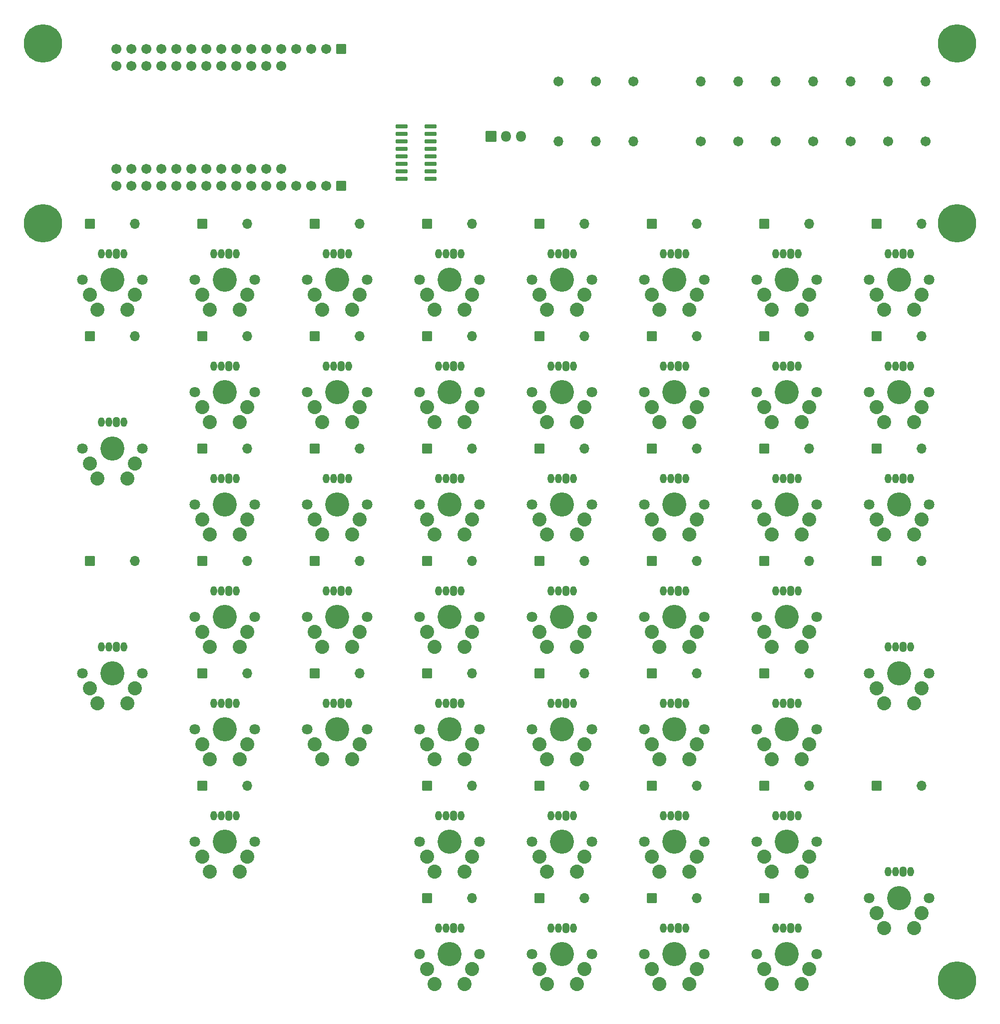
<source format=gbr>
%TF.GenerationSoftware,KiCad,Pcbnew,(6.0.9)*%
%TF.CreationDate,2023-03-12T22:48:57-07:00*%
%TF.ProjectId,keyboard,6b657962-6f61-4726-942e-6b696361645f,rev?*%
%TF.SameCoordinates,Original*%
%TF.FileFunction,Soldermask,Bot*%
%TF.FilePolarity,Negative*%
%FSLAX46Y46*%
G04 Gerber Fmt 4.6, Leading zero omitted, Abs format (unit mm)*
G04 Created by KiCad (PCBNEW (6.0.9)) date 2023-03-12 22:48:57*
%MOMM*%
%LPD*%
G01*
G04 APERTURE LIST*
G04 Aperture macros list*
%AMRoundRect*
0 Rectangle with rounded corners*
0 $1 Rounding radius*
0 $2 $3 $4 $5 $6 $7 $8 $9 X,Y pos of 4 corners*
0 Add a 4 corners polygon primitive as box body*
4,1,4,$2,$3,$4,$5,$6,$7,$8,$9,$2,$3,0*
0 Add four circle primitives for the rounded corners*
1,1,$1+$1,$2,$3*
1,1,$1+$1,$4,$5*
1,1,$1+$1,$6,$7*
1,1,$1+$1,$8,$9*
0 Add four rect primitives between the rounded corners*
20,1,$1+$1,$2,$3,$4,$5,0*
20,1,$1+$1,$4,$5,$6,$7,0*
20,1,$1+$1,$6,$7,$8,$9,0*
20,1,$1+$1,$8,$9,$2,$3,0*%
G04 Aperture macros list end*
%ADD10RoundRect,0.050800X-0.800000X-0.800000X0.800000X-0.800000X0.800000X0.800000X-0.800000X0.800000X0*%
%ADD11O,1.701600X1.701600*%
%ADD12C,1.803400*%
%ADD13C,4.089400*%
%ADD14C,2.387600*%
%ADD15RoundRect,0.300800X0.250000X0.512000X-0.250000X0.512000X-0.250000X-0.512000X0.250000X-0.512000X0*%
%ADD16O,1.101600X1.625600*%
%ADD17C,1.701600*%
%ADD18C,6.501600*%
%ADD19RoundRect,0.050800X0.800000X-0.800000X0.800000X0.800000X-0.800000X0.800000X-0.800000X-0.800000X0*%
%ADD20RoundRect,0.050800X0.850000X-0.850000X0.850000X0.850000X-0.850000X0.850000X-0.850000X-0.850000X0*%
%ADD21O,1.801600X1.801600*%
%ADD22RoundRect,0.200800X0.825000X0.150000X-0.825000X0.150000X-0.825000X-0.150000X0.825000X-0.150000X0*%
%ADD23RoundRect,0.050800X-0.800000X0.800000X-0.800000X-0.800000X0.800000X-0.800000X0.800000X0.800000X0*%
G04 APERTURE END LIST*
D10*
%TO.C,D35*%
X122288303Y-88989597D03*
D11*
X129908303Y-88989597D03*
%TD*%
D10*
%TO.C,D32*%
X65138303Y-88989597D03*
D11*
X72758303Y-88989597D03*
%TD*%
D10*
%TO.C,D22*%
X65138303Y-69939597D03*
D11*
X72758303Y-69939597D03*
%TD*%
D12*
%TO.C,O_34*%
X112128303Y-98514597D03*
X101968303Y-98514597D03*
D13*
X107048303Y-98514597D03*
D14*
X110858303Y-101054597D03*
X109588303Y-103594597D03*
X103238303Y-101054597D03*
X104508303Y-103594597D03*
D15*
X107683303Y-94069597D03*
D16*
X108953303Y-94069597D03*
X106413303Y-94069597D03*
X105143303Y-94069597D03*
%TD*%
D10*
%TO.C,D11*%
X46088303Y-50889597D03*
D11*
X53708303Y-50889597D03*
%TD*%
D17*
%TO.C,PULLDOWN_2*%
X136893303Y-36919597D03*
D11*
X136893303Y-26759597D03*
%TD*%
D12*
%TO.C,EQUAL_27*%
X159118303Y-79464597D03*
X169278303Y-79464597D03*
D13*
X164198303Y-79464597D03*
D14*
X166738303Y-84544597D03*
X168008303Y-82004597D03*
X161658303Y-84544597D03*
X160388303Y-82004597D03*
D15*
X164833303Y-75019597D03*
D16*
X166103303Y-75019597D03*
X163563303Y-75019597D03*
X162293303Y-75019597D03*
%TD*%
D12*
%TO.C,UP_65*%
X131178303Y-155664597D03*
X121018303Y-155664597D03*
D13*
X126098303Y-155664597D03*
D14*
X129908303Y-158204597D03*
X128638303Y-160744597D03*
X123558303Y-160744597D03*
X122288303Y-158204597D03*
D15*
X126733303Y-151219597D03*
D16*
X128003303Y-151219597D03*
X125463303Y-151219597D03*
X124193303Y-151219597D03*
%TD*%
D12*
%TO.C,META_63*%
X93078303Y-155664597D03*
X82918303Y-155664597D03*
D13*
X87998303Y-155664597D03*
D14*
X91808303Y-158204597D03*
X90538303Y-160744597D03*
X84188303Y-158204597D03*
X85458303Y-160744597D03*
D15*
X88633303Y-151219597D03*
D16*
X89903303Y-151219597D03*
X87363303Y-151219597D03*
X86093303Y-151219597D03*
%TD*%
D10*
%TO.C,D64*%
X103238303Y-146139597D03*
D11*
X110858303Y-146139597D03*
%TD*%
D12*
%TO.C,END_66*%
X150228303Y-155664597D03*
D13*
X145148303Y-155664597D03*
D12*
X140068303Y-155664597D03*
D14*
X148958303Y-158204597D03*
X147688303Y-160744597D03*
X142608303Y-160744597D03*
X141338303Y-158204597D03*
D15*
X145783303Y-151219597D03*
D16*
X147053303Y-151219597D03*
X144513303Y-151219597D03*
X143243303Y-151219597D03*
%TD*%
D10*
%TO.C,D43*%
X84188303Y-108039597D03*
D11*
X91808303Y-108039597D03*
%TD*%
D10*
%TO.C,D55*%
X122288303Y-127089597D03*
D11*
X129908303Y-127089597D03*
%TD*%
D12*
%TO.C,SEMICOLON_45*%
X131178303Y-117564597D03*
X121018303Y-117564597D03*
D13*
X126098303Y-117564597D03*
D14*
X129908303Y-120104597D03*
X128638303Y-122644597D03*
X122288303Y-120104597D03*
X123558303Y-122644597D03*
D15*
X126733303Y-113119597D03*
D16*
X128003303Y-113119597D03*
X125463303Y-113119597D03*
X124193303Y-113119597D03*
%TD*%
D18*
%TO.C,H1*%
X19050000Y-20320000D03*
%TD*%
D10*
%TO.C,D54*%
X103238303Y-127089597D03*
D11*
X110858303Y-127089597D03*
%TD*%
D10*
%TO.C,D34*%
X103238303Y-88989597D03*
D11*
X110858303Y-88989597D03*
%TD*%
D10*
%TO.C,D26*%
X141338303Y-69939597D03*
D11*
X148958303Y-69939597D03*
%TD*%
D10*
%TO.C,D76*%
X141338303Y-165189597D03*
D11*
X148958303Y-165189597D03*
%TD*%
D10*
%TO.C,D63*%
X84188303Y-146139597D03*
D11*
X91808303Y-146139597D03*
%TD*%
D10*
%TO.C,D31*%
X46088303Y-88989597D03*
D11*
X53708303Y-88989597D03*
%TD*%
D10*
%TO.C,D42*%
X65138303Y-108039597D03*
D11*
X72758303Y-108039597D03*
%TD*%
D13*
%TO.C,U_32*%
X68948303Y-98514597D03*
D12*
X63868303Y-98514597D03*
X74028303Y-98514597D03*
D14*
X71488303Y-103594597D03*
X72758303Y-101054597D03*
X65138303Y-101054597D03*
X66408303Y-103594597D03*
D15*
X69583303Y-94069597D03*
D16*
X70853303Y-94069597D03*
X68313303Y-94069597D03*
X67043303Y-94069597D03*
%TD*%
D12*
%TO.C,8_23*%
X93078303Y-79464597D03*
D13*
X87998303Y-79464597D03*
D12*
X82918303Y-79464597D03*
D14*
X91808303Y-82004597D03*
X90538303Y-84544597D03*
X85458303Y-84544597D03*
X84188303Y-82004597D03*
D15*
X88633303Y-75019597D03*
D16*
X89903303Y-75019597D03*
X87363303Y-75019597D03*
X86093303Y-75019597D03*
%TD*%
D18*
%TO.C,H6*%
X173990000Y-50800000D03*
%TD*%
D10*
%TO.C,D66*%
X141338303Y-146139597D03*
D11*
X148958303Y-146139597D03*
%TD*%
D10*
%TO.C,D12*%
X65138303Y-50889597D03*
D11*
X72758303Y-50889597D03*
%TD*%
D10*
%TO.C,D13*%
X84188303Y-50889597D03*
D11*
X91808303Y-50889597D03*
%TD*%
D12*
%TO.C,SHIFT_47*%
X169278303Y-127089597D03*
D13*
X164198303Y-127089597D03*
D12*
X159118303Y-127089597D03*
D14*
X166738303Y-132169597D03*
X168008303Y-129629597D03*
X160388303Y-129629597D03*
X161658303Y-132169597D03*
D15*
X164833303Y-122644597D03*
D16*
X166103303Y-122644597D03*
X163563303Y-122644597D03*
X162293303Y-122644597D03*
%TD*%
D12*
%TO.C,H_41*%
X44818303Y-117564597D03*
D13*
X49898303Y-117564597D03*
D12*
X54978303Y-117564597D03*
D14*
X53708303Y-120104597D03*
X52438303Y-122644597D03*
X47358303Y-122644597D03*
X46088303Y-120104597D03*
D15*
X50533303Y-113119597D03*
D16*
X51803303Y-113119597D03*
X49263303Y-113119597D03*
X47993303Y-113119597D03*
%TD*%
D10*
%TO.C,D53*%
X84188303Y-127089597D03*
D11*
X91808303Y-127089597D03*
%TD*%
D10*
%TO.C,D23*%
X84188303Y-69939597D03*
D11*
X91808303Y-69939597D03*
%TD*%
D10*
%TO.C,D33*%
X84188303Y-88989597D03*
D11*
X91808303Y-88989597D03*
%TD*%
D12*
%TO.C,BACKSPACE_71*%
X25768303Y-88989597D03*
X35928303Y-88989597D03*
D13*
X30848303Y-88989597D03*
D14*
X34658303Y-91529597D03*
X33388303Y-94069597D03*
X27038303Y-91529597D03*
X28308303Y-94069597D03*
D15*
X31483303Y-84544597D03*
D16*
X32753303Y-84544597D03*
X30213303Y-84544597D03*
X28943303Y-84544597D03*
%TD*%
D10*
%TO.C,D67*%
X160388303Y-146139597D03*
D11*
X168008303Y-146139597D03*
%TD*%
D13*
%TO.C,CTRL_67*%
X164198303Y-165189597D03*
D12*
X169278303Y-165189597D03*
X159118303Y-165189597D03*
D14*
X168008303Y-167729597D03*
X166738303Y-170269597D03*
X161658303Y-170269597D03*
X160388303Y-167729597D03*
D15*
X164833303Y-160744597D03*
D16*
X166103303Y-160744597D03*
X163563303Y-160744597D03*
X162293303Y-160744597D03*
%TD*%
D13*
%TO.C,DELETE_61*%
X30848303Y-60414597D03*
D12*
X35928303Y-60414597D03*
X25768303Y-60414597D03*
D14*
X34658303Y-62954597D03*
X33388303Y-65494597D03*
X27038303Y-62954597D03*
X28308303Y-65494597D03*
D15*
X31483303Y-55969597D03*
D16*
X32753303Y-55969597D03*
X30213303Y-55969597D03*
X28943303Y-55969597D03*
%TD*%
D12*
%TO.C,HOME_64*%
X101968303Y-155664597D03*
X112128303Y-155664597D03*
D13*
X107048303Y-155664597D03*
D14*
X110858303Y-158204597D03*
X109588303Y-160744597D03*
X103238303Y-158204597D03*
X104508303Y-160744597D03*
D15*
X107683303Y-151219597D03*
D16*
X108953303Y-151219597D03*
X106413303Y-151219597D03*
X105143303Y-151219597D03*
%TD*%
D12*
%TO.C,M_52*%
X74028303Y-136614597D03*
D13*
X68948303Y-136614597D03*
D12*
X63868303Y-136614597D03*
D14*
X71488303Y-141694597D03*
X72758303Y-139154597D03*
X65138303Y-139154597D03*
X66408303Y-141694597D03*
D15*
X69583303Y-132169597D03*
D16*
X70853303Y-132169597D03*
X68313303Y-132169597D03*
X67043303Y-132169597D03*
%TD*%
D10*
%TO.C,D47*%
X160388303Y-108039597D03*
D11*
X168008303Y-108039597D03*
%TD*%
D12*
%TO.C,Y_31*%
X44818303Y-98514597D03*
D13*
X49898303Y-98514597D03*
D12*
X54978303Y-98514597D03*
D14*
X53708303Y-101054597D03*
X52438303Y-103594597D03*
X46088303Y-101054597D03*
X47358303Y-103594597D03*
D15*
X50533303Y-94069597D03*
D16*
X51803303Y-94069597D03*
X49263303Y-94069597D03*
X47993303Y-94069597D03*
%TD*%
D18*
%TO.C,H5*%
X19050000Y-50800000D03*
%TD*%
D10*
%TO.C,D45*%
X122288303Y-108039597D03*
D11*
X129908303Y-108039597D03*
%TD*%
D10*
%TO.C,D74*%
X103238303Y-165189597D03*
D11*
X110858303Y-165189597D03*
%TD*%
D12*
%TO.C,SPACE_62*%
X44818303Y-155664597D03*
X54978303Y-155664597D03*
D13*
X49898303Y-155664597D03*
D14*
X53708303Y-158204597D03*
X52438303Y-160744597D03*
X46088303Y-158204597D03*
X47358303Y-160744597D03*
D15*
X50533303Y-151219597D03*
D16*
X51803303Y-151219597D03*
X49263303Y-151219597D03*
X47993303Y-151219597D03*
%TD*%
D10*
%TO.C,D15*%
X122288303Y-50889597D03*
D11*
X129908303Y-50889597D03*
%TD*%
D10*
%TO.C,D65*%
X122288303Y-146139597D03*
D11*
X129908303Y-146139597D03*
%TD*%
D10*
%TO.C,D62*%
X46088303Y-146139597D03*
D11*
X53708303Y-146139597D03*
%TD*%
D17*
%TO.C,PULLDOWN_3*%
X143243303Y-36919597D03*
D11*
X143243303Y-26759597D03*
%TD*%
D12*
%TO.C,ENTER_72*%
X25768303Y-127089597D03*
X35928303Y-127089597D03*
D13*
X30848303Y-127089597D03*
D14*
X34658303Y-129629597D03*
X33388303Y-132169597D03*
X27038303Y-129629597D03*
X28308303Y-132169597D03*
D15*
X31483303Y-122644597D03*
D16*
X32753303Y-122644597D03*
X30213303Y-122644597D03*
X28943303Y-122644597D03*
%TD*%
D10*
%TO.C,D44*%
X103238303Y-108039597D03*
D11*
X110858303Y-108039597D03*
%TD*%
D12*
%TO.C,F10_15*%
X131178303Y-60414597D03*
X121018303Y-60414597D03*
D13*
X126098303Y-60414597D03*
D14*
X128638303Y-65494597D03*
X129908303Y-62954597D03*
X123558303Y-65494597D03*
X122288303Y-62954597D03*
D15*
X126733303Y-55969597D03*
D16*
X128003303Y-55969597D03*
X125463303Y-55969597D03*
X124193303Y-55969597D03*
%TD*%
D13*
%TO.C,L_44*%
X107048303Y-117564597D03*
D12*
X112128303Y-117564597D03*
X101968303Y-117564597D03*
D14*
X110858303Y-120104597D03*
X109588303Y-122644597D03*
X103238303Y-120104597D03*
X104508303Y-122644597D03*
D15*
X107683303Y-113119597D03*
D16*
X108953303Y-113119597D03*
X106413303Y-113119597D03*
X105143303Y-113119597D03*
%TD*%
D12*
%TO.C,F7_12*%
X74028303Y-60414597D03*
X63868303Y-60414597D03*
D13*
X68948303Y-60414597D03*
D14*
X72758303Y-62954597D03*
X71488303Y-65494597D03*
X65138303Y-62954597D03*
X66408303Y-65494597D03*
D15*
X69583303Y-55969597D03*
D16*
X70853303Y-55969597D03*
X68313303Y-55969597D03*
X67043303Y-55969597D03*
%TD*%
D10*
%TO.C,D14*%
X103238303Y-50889597D03*
D11*
X110858303Y-50889597D03*
%TD*%
D13*
%TO.C,F8_13*%
X87998303Y-60414597D03*
D12*
X93078303Y-60414597D03*
X82918303Y-60414597D03*
D14*
X90538303Y-65494597D03*
X91808303Y-62954597D03*
X85458303Y-65494597D03*
X84188303Y-62954597D03*
D15*
X88633303Y-55969597D03*
D16*
X89903303Y-55969597D03*
X87363303Y-55969597D03*
X86093303Y-55969597D03*
%TD*%
D17*
%TO.C,PULLDOWN_7*%
X168643303Y-36919597D03*
D11*
X168643303Y-26759597D03*
%TD*%
D10*
%TO.C,D73*%
X84188303Y-165189597D03*
D11*
X91808303Y-165189597D03*
%TD*%
D12*
%TO.C,ALT_73*%
X93078303Y-174714597D03*
D13*
X87998303Y-174714597D03*
D12*
X82918303Y-174714597D03*
D14*
X91808303Y-177254597D03*
X90538303Y-179794597D03*
X84188303Y-177254597D03*
X85458303Y-179794597D03*
D15*
X88633303Y-170269597D03*
D16*
X89903303Y-170269597D03*
X87363303Y-170269597D03*
X86093303Y-170269597D03*
%TD*%
D12*
%TO.C,J_42*%
X74028303Y-117564597D03*
D13*
X68948303Y-117564597D03*
D12*
X63868303Y-117564597D03*
D14*
X72758303Y-120104597D03*
X71488303Y-122644597D03*
X66408303Y-122644597D03*
X65138303Y-120104597D03*
D15*
X69583303Y-113119597D03*
D16*
X70853303Y-113119597D03*
X68313303Y-113119597D03*
X67043303Y-113119597D03*
%TD*%
D10*
%TO.C,D46*%
X141338303Y-108039597D03*
D11*
X148958303Y-108039597D03*
%TD*%
D13*
%TO.C,SLASH_55*%
X126098303Y-136614597D03*
D12*
X121018303Y-136614597D03*
X131178303Y-136614597D03*
D14*
X128638303Y-141694597D03*
X129908303Y-139154597D03*
X122288303Y-139154597D03*
X123558303Y-141694597D03*
D15*
X126733303Y-132169597D03*
D16*
X128003303Y-132169597D03*
X125463303Y-132169597D03*
X124193303Y-132169597D03*
%TD*%
D19*
%TO.C,A1*%
X69583303Y-21307097D03*
D17*
X67043303Y-21307097D03*
X64503303Y-21307097D03*
X61963303Y-21307097D03*
X59423303Y-21307097D03*
X56883303Y-21307097D03*
X54343303Y-21307097D03*
X51803303Y-21307097D03*
X49263303Y-21307097D03*
X46723303Y-21307097D03*
X44183303Y-21307097D03*
X41643303Y-21307097D03*
X39103303Y-21307097D03*
X36563303Y-21307097D03*
X34023303Y-21307097D03*
X31483303Y-21307097D03*
X31483303Y-41627097D03*
X34023303Y-41627097D03*
X36563303Y-41627097D03*
X39103303Y-41627097D03*
X41643303Y-41627097D03*
X44183303Y-41627097D03*
X46723303Y-41627097D03*
X49263303Y-41627097D03*
X51803303Y-41627097D03*
X54343303Y-41627097D03*
X56883303Y-41627097D03*
X59423303Y-41627097D03*
%TD*%
D12*
%TO.C,APOSTROPHE_46*%
X150228303Y-117564597D03*
D13*
X145148303Y-117564597D03*
D12*
X140068303Y-117564597D03*
D14*
X148958303Y-120104597D03*
X147688303Y-122644597D03*
X142608303Y-122644597D03*
X141338303Y-120104597D03*
D15*
X145783303Y-113119597D03*
D16*
X147053303Y-113119597D03*
X144513303Y-113119597D03*
X143243303Y-113119597D03*
%TD*%
D10*
%TO.C,D37*%
X160388303Y-88989597D03*
D11*
X168008303Y-88989597D03*
%TD*%
D13*
%TO.C,COMMA_53*%
X87998303Y-136614597D03*
D12*
X93078303Y-136614597D03*
X82918303Y-136614597D03*
D14*
X90538303Y-141694597D03*
X91808303Y-139154597D03*
X85458303Y-141694597D03*
X84188303Y-139154597D03*
D15*
X88633303Y-132169597D03*
D16*
X89903303Y-132169597D03*
X87363303Y-132169597D03*
X86093303Y-132169597D03*
%TD*%
D13*
%TO.C,BACKSLASH_56*%
X145148303Y-136614597D03*
D12*
X140068303Y-136614597D03*
X150228303Y-136614597D03*
D14*
X148958303Y-139154597D03*
X147688303Y-141694597D03*
X142608303Y-141694597D03*
X141338303Y-139154597D03*
D15*
X145783303Y-132169597D03*
D16*
X147053303Y-132169597D03*
X144513303Y-132169597D03*
X143243303Y-132169597D03*
%TD*%
D10*
%TO.C,D56*%
X141338303Y-127089597D03*
D11*
X148958303Y-127089597D03*
%TD*%
D10*
%TO.C,D51*%
X46088303Y-127089597D03*
D11*
X53708303Y-127089597D03*
%TD*%
D10*
%TO.C,D21*%
X46088303Y-69939597D03*
D11*
X53708303Y-69939597D03*
%TD*%
D17*
%TO.C,R_GREEN1*%
X112763303Y-26759597D03*
D11*
X112763303Y-36919597D03*
%TD*%
D12*
%TO.C,6_21*%
X54978303Y-79464597D03*
D13*
X49898303Y-79464597D03*
D12*
X44818303Y-79464597D03*
D14*
X52438303Y-84544597D03*
X53708303Y-82004597D03*
X47358303Y-84544597D03*
X46088303Y-82004597D03*
D15*
X50533303Y-75019597D03*
D16*
X51803303Y-75019597D03*
X49263303Y-75019597D03*
X47993303Y-75019597D03*
%TD*%
D10*
%TO.C,D17*%
X160388303Y-50889597D03*
D11*
X168008303Y-50889597D03*
%TD*%
D10*
%TO.C,D25*%
X122288303Y-69939597D03*
D11*
X129908303Y-69939597D03*
%TD*%
D18*
%TO.C,H4*%
X19050000Y-179159597D03*
%TD*%
D10*
%TO.C,D41*%
X46088303Y-108039597D03*
D11*
X53708303Y-108039597D03*
%TD*%
D10*
%TO.C,D52*%
X65138303Y-127089597D03*
D11*
X72758303Y-127089597D03*
%TD*%
D12*
%TO.C,7_22*%
X63868303Y-79464597D03*
D13*
X68948303Y-79464597D03*
D12*
X74028303Y-79464597D03*
D14*
X72758303Y-82004597D03*
X71488303Y-84544597D03*
X66408303Y-84544597D03*
X65138303Y-82004597D03*
D15*
X69583303Y-75019597D03*
D16*
X70853303Y-75019597D03*
X68313303Y-75019597D03*
X67043303Y-75019597D03*
%TD*%
D12*
%TO.C,LEFT_74*%
X101968303Y-174714597D03*
D13*
X107048303Y-174714597D03*
D12*
X112128303Y-174714597D03*
D14*
X110858303Y-177254597D03*
X109588303Y-179794597D03*
X104508303Y-179794597D03*
X103238303Y-177254597D03*
D15*
X107683303Y-170269597D03*
D16*
X108953303Y-170269597D03*
X106413303Y-170269597D03*
X105143303Y-170269597D03*
%TD*%
D10*
%TO.C,D36*%
X141338303Y-88989597D03*
D11*
X148958303Y-88989597D03*
%TD*%
D13*
%TO.C,N_51*%
X49898303Y-136614597D03*
D12*
X54978303Y-136614597D03*
X44818303Y-136614597D03*
D14*
X53708303Y-139154597D03*
X52438303Y-141694597D03*
X47358303Y-141694597D03*
X46088303Y-139154597D03*
D15*
X50533303Y-132169597D03*
D16*
X51803303Y-132169597D03*
X49263303Y-132169597D03*
X47993303Y-132169597D03*
%TD*%
D12*
%TO.C,LBRACKET_36*%
X140068303Y-98514597D03*
X150228303Y-98514597D03*
D13*
X145148303Y-98514597D03*
D14*
X148958303Y-101054597D03*
X147688303Y-103594597D03*
X141338303Y-101054597D03*
X142608303Y-103594597D03*
D15*
X145783303Y-94069597D03*
D16*
X147053303Y-94069597D03*
X144513303Y-94069597D03*
X143243303Y-94069597D03*
%TD*%
D17*
%TO.C,PULLDOWN_1*%
X130543303Y-36919597D03*
D11*
X130543303Y-26759597D03*
%TD*%
D20*
%TO.C,JP1*%
X95010803Y-36102097D03*
D21*
X97550803Y-36102097D03*
X100090803Y-36102097D03*
%TD*%
D12*
%TO.C,0_25*%
X131178303Y-79464597D03*
X121018303Y-79464597D03*
D13*
X126098303Y-79464597D03*
D14*
X129908303Y-82004597D03*
X128638303Y-84544597D03*
X123558303Y-84544597D03*
X122288303Y-82004597D03*
D15*
X126733303Y-75019597D03*
D16*
X128003303Y-75019597D03*
X125463303Y-75019597D03*
X124193303Y-75019597D03*
%TD*%
D13*
%TO.C,F6_11*%
X49898303Y-60414597D03*
D12*
X44818303Y-60414597D03*
X54978303Y-60414597D03*
D14*
X52438303Y-65494597D03*
X53708303Y-62954597D03*
X47358303Y-65494597D03*
X46088303Y-62954597D03*
D15*
X50533303Y-55969597D03*
D16*
X51803303Y-55969597D03*
X49263303Y-55969597D03*
X47993303Y-55969597D03*
%TD*%
D10*
%TO.C,D61*%
X27038303Y-50889597D03*
D11*
X34658303Y-50889597D03*
%TD*%
D10*
%TO.C,D71*%
X27038303Y-69939597D03*
D11*
X34658303Y-69939597D03*
%TD*%
D12*
%TO.C,LBRACKET_37*%
X169278303Y-98514597D03*
X159118303Y-98514597D03*
D13*
X164198303Y-98514597D03*
D14*
X166738303Y-103594597D03*
X168008303Y-101054597D03*
X161658303Y-103594597D03*
X160388303Y-101054597D03*
D15*
X164833303Y-94069597D03*
D16*
X166103303Y-94069597D03*
X163563303Y-94069597D03*
X162293303Y-94069597D03*
%TD*%
D17*
%TO.C,R_RED1*%
X106413303Y-26759597D03*
D11*
X106413303Y-36919597D03*
%TD*%
D10*
%TO.C,D16*%
X141338303Y-50889597D03*
D11*
X148958303Y-50889597D03*
%TD*%
D10*
%TO.C,D24*%
X103238303Y-69939597D03*
D11*
X110858303Y-69939597D03*
%TD*%
D12*
%TO.C,DOWN_75*%
X121018303Y-174714597D03*
D13*
X126098303Y-174714597D03*
D12*
X131178303Y-174714597D03*
D14*
X129908303Y-177254597D03*
X128638303Y-179794597D03*
X123558303Y-179794597D03*
X122288303Y-177254597D03*
D15*
X126733303Y-170269597D03*
D16*
X128003303Y-170269597D03*
X125463303Y-170269597D03*
X124193303Y-170269597D03*
%TD*%
D12*
%TO.C,DOT_54*%
X112128303Y-136614597D03*
D13*
X107048303Y-136614597D03*
D12*
X101968303Y-136614597D03*
D14*
X110858303Y-139154597D03*
X109588303Y-141694597D03*
X103238303Y-139154597D03*
X104508303Y-141694597D03*
D15*
X107683303Y-132169597D03*
D16*
X108953303Y-132169597D03*
X106413303Y-132169597D03*
X105143303Y-132169597D03*
%TD*%
D12*
%TO.C,I_33*%
X93078303Y-98514597D03*
D13*
X87998303Y-98514597D03*
D12*
X82918303Y-98514597D03*
D14*
X91808303Y-101054597D03*
X90538303Y-103594597D03*
X85458303Y-103594597D03*
X84188303Y-101054597D03*
D15*
X88633303Y-94069597D03*
D16*
X89903303Y-94069597D03*
X87363303Y-94069597D03*
X86093303Y-94069597D03*
%TD*%
D13*
%TO.C,F11_16*%
X145148303Y-60414597D03*
D12*
X140068303Y-60414597D03*
X150228303Y-60414597D03*
D14*
X148958303Y-62954597D03*
X147688303Y-65494597D03*
X141338303Y-62954597D03*
X142608303Y-65494597D03*
D15*
X145783303Y-55969597D03*
D16*
X147053303Y-55969597D03*
X144513303Y-55969597D03*
X143243303Y-55969597D03*
%TD*%
D18*
%TO.C,H3*%
X173990000Y-179159597D03*
%TD*%
D12*
%TO.C,F12_17*%
X169278303Y-60414597D03*
D13*
X164198303Y-60414597D03*
D12*
X159118303Y-60414597D03*
D14*
X166738303Y-65494597D03*
X168008303Y-62954597D03*
X161658303Y-65494597D03*
X160388303Y-62954597D03*
D15*
X164833303Y-55969597D03*
D16*
X166103303Y-55969597D03*
X163563303Y-55969597D03*
X162293303Y-55969597D03*
%TD*%
D12*
%TO.C,MINUS_26*%
X150228303Y-79464597D03*
D13*
X145148303Y-79464597D03*
D12*
X140068303Y-79464597D03*
D14*
X148958303Y-82004597D03*
X147688303Y-84544597D03*
X142608303Y-84544597D03*
X141338303Y-82004597D03*
D15*
X145783303Y-75019597D03*
D16*
X147053303Y-75019597D03*
X144513303Y-75019597D03*
X143243303Y-75019597D03*
%TD*%
D12*
%TO.C,9_24*%
X112128303Y-79464597D03*
X101968303Y-79464597D03*
D13*
X107048303Y-79464597D03*
D14*
X109588303Y-84544597D03*
X110858303Y-82004597D03*
X103238303Y-82004597D03*
X104508303Y-84544597D03*
D15*
X107683303Y-75019597D03*
D16*
X108953303Y-75019597D03*
X106413303Y-75019597D03*
X105143303Y-75019597D03*
%TD*%
D10*
%TO.C,D72*%
X27038303Y-108039597D03*
D11*
X34658303Y-108039597D03*
%TD*%
D17*
%TO.C,PULLDOWN_4*%
X149593303Y-36919597D03*
D11*
X149593303Y-26759597D03*
%TD*%
D10*
%TO.C,D27*%
X160388303Y-69939597D03*
D11*
X168008303Y-69939597D03*
%TD*%
D17*
%TO.C,R_BLUE1*%
X119113303Y-26759597D03*
D11*
X119113303Y-36919597D03*
%TD*%
D17*
%TO.C,PULLDOWN_6*%
X162293303Y-36919597D03*
D11*
X162293303Y-26759597D03*
%TD*%
D13*
%TO.C,RIGHT_76*%
X145148303Y-174714597D03*
D12*
X150228303Y-174714597D03*
X140068303Y-174714597D03*
D14*
X148958303Y-177254597D03*
X147688303Y-179794597D03*
X141338303Y-177254597D03*
X142608303Y-179794597D03*
D15*
X145783303Y-170269597D03*
D16*
X147053303Y-170269597D03*
X144513303Y-170269597D03*
X143243303Y-170269597D03*
%TD*%
D12*
%TO.C,F9_14*%
X112128303Y-60414597D03*
X101968303Y-60414597D03*
D13*
X107048303Y-60414597D03*
D14*
X110858303Y-62954597D03*
X109588303Y-65494597D03*
X103238303Y-62954597D03*
X104508303Y-65494597D03*
D15*
X107683303Y-55969597D03*
D16*
X108953303Y-55969597D03*
X106413303Y-55969597D03*
X105143303Y-55969597D03*
%TD*%
D12*
%TO.C,P_35*%
X131178303Y-98514597D03*
D13*
X126098303Y-98514597D03*
D12*
X121018303Y-98514597D03*
D14*
X128638303Y-103594597D03*
X129908303Y-101054597D03*
X122288303Y-101054597D03*
X123558303Y-103594597D03*
D15*
X126733303Y-94069597D03*
D16*
X128003303Y-94069597D03*
X125463303Y-94069597D03*
X124193303Y-94069597D03*
%TD*%
D10*
%TO.C,D75*%
X122288303Y-165189597D03*
D11*
X129908303Y-165189597D03*
%TD*%
D18*
%TO.C,H2*%
X173990000Y-20320000D03*
%TD*%
D12*
%TO.C,K_43*%
X93078303Y-117564597D03*
D13*
X87998303Y-117564597D03*
D12*
X82918303Y-117564597D03*
D14*
X91808303Y-120104597D03*
X90538303Y-122644597D03*
X84188303Y-120104597D03*
X85458303Y-122644597D03*
D15*
X88633303Y-113119597D03*
D16*
X89903303Y-113119597D03*
X87363303Y-113119597D03*
X86093303Y-113119597D03*
%TD*%
D17*
%TO.C,PULLDOWN_5*%
X155943303Y-36919597D03*
D11*
X155943303Y-26759597D03*
%TD*%
D22*
%TO.C,U1*%
X84758303Y-34379597D03*
X84758303Y-35649597D03*
X84758303Y-36919597D03*
X84758303Y-38189597D03*
X84758303Y-39459597D03*
X84758303Y-40729597D03*
X84758303Y-41999597D03*
X84758303Y-43269597D03*
X79808303Y-43269597D03*
X79808303Y-41999597D03*
X79808303Y-40729597D03*
X79808303Y-39459597D03*
X79808303Y-38189597D03*
X79808303Y-36919597D03*
X79808303Y-35649597D03*
X79808303Y-34379597D03*
%TD*%
D23*
%TO.C,A1*%
X69583303Y-44432097D03*
D17*
X67043303Y-44432097D03*
X64503303Y-44432097D03*
X61963303Y-44432097D03*
X59423303Y-44432097D03*
X56883303Y-44432097D03*
X54343303Y-44432097D03*
X51803303Y-44432097D03*
X49263303Y-44432097D03*
X46723303Y-44432097D03*
X44183303Y-44432097D03*
X41643303Y-44432097D03*
X39103303Y-44432097D03*
X36563303Y-44432097D03*
X34023303Y-44432097D03*
X31483303Y-44432097D03*
X31483303Y-24112097D03*
X34023303Y-24112097D03*
X36563303Y-24112097D03*
X39103303Y-24112097D03*
X41643303Y-24112097D03*
X44183303Y-24112097D03*
X46723303Y-24112097D03*
X49263303Y-24112097D03*
X51803303Y-24112097D03*
X54343303Y-24112097D03*
X56883303Y-24112097D03*
X59423303Y-24112097D03*
%TD*%
M02*

</source>
